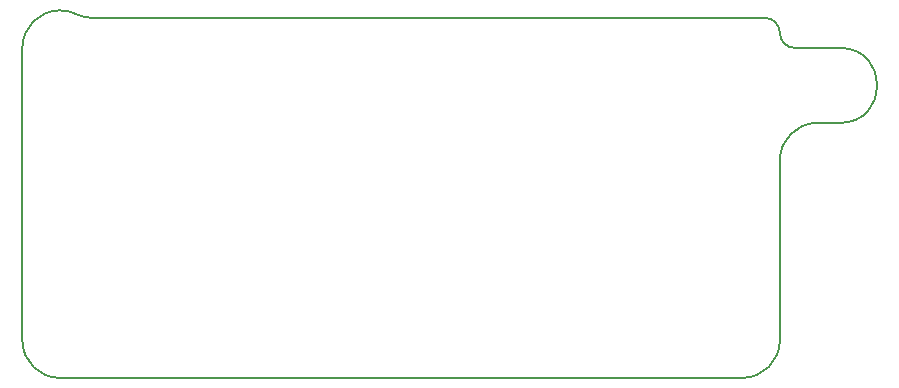
<source format=gbr>
G04 (created by PCBNEW (2013-07-07 BZR 4022)-stable) date 5/12/2014 12:12:32 PM*
%MOIN*%
G04 Gerber Fmt 3.4, Leading zero omitted, Abs format*
%FSLAX34Y34*%
G01*
G70*
G90*
G04 APERTURE LIST*
%ADD10C,0.008*%
%ADD11C,0.006*%
G04 APERTURE END LIST*
G54D10*
G54D11*
X31045Y-22375D02*
G75*
G03X31589Y-22500I544J1125D01*
G74*
G01*
X31044Y-22374D02*
G75*
G03X30500Y-22250I-544J-1125D01*
G74*
G01*
X54000Y-22500D02*
X31589Y-22500D01*
X55000Y-23500D02*
X56500Y-23500D01*
X54500Y-33250D02*
X54500Y-27250D01*
X53250Y-34500D02*
X30500Y-34500D01*
X29250Y-33250D02*
X29250Y-23500D01*
X29250Y-33250D02*
G75*
G03X30500Y-34500I1250J0D01*
G74*
G01*
X53250Y-34500D02*
G75*
G03X54500Y-33250I0J1250D01*
G74*
G01*
X54500Y-23000D02*
G75*
G03X55000Y-23500I500J0D01*
G74*
G01*
X54500Y-23000D02*
G75*
G03X54000Y-22500I-500J0D01*
G74*
G01*
X55750Y-26000D02*
X56500Y-26000D01*
X55750Y-26000D02*
G75*
G03X54500Y-27250I0J-1250D01*
G74*
G01*
X56500Y-26000D02*
G75*
G03X56500Y-23500I0J1250D01*
G74*
G01*
X30500Y-22250D02*
G75*
G03X29250Y-23500I0J-1250D01*
G74*
G01*
M02*

</source>
